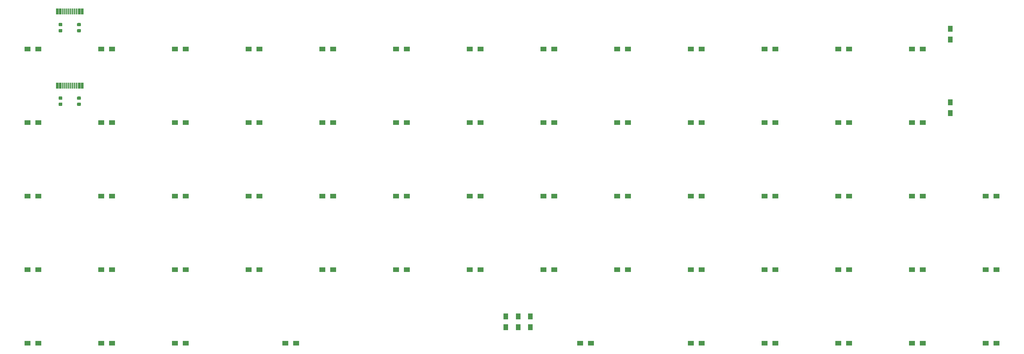
<source format=gbp>
G04 #@! TF.GenerationSoftware,KiCad,Pcbnew,(5.1.5)-3*
G04 #@! TF.CreationDate,2020-12-30T13:43:59+08:00*
G04 #@! TF.ProjectId,45ortho,34356f72-7468-46f2-9e6b-696361645f70,rev?*
G04 #@! TF.SameCoordinates,Original*
G04 #@! TF.FileFunction,Paste,Bot*
G04 #@! TF.FilePolarity,Positive*
%FSLAX46Y46*%
G04 Gerber Fmt 4.6, Leading zero omitted, Abs format (unit mm)*
G04 Created by KiCad (PCBNEW (5.1.5)-3) date 2020-12-30 13:43:59*
%MOMM*%
%LPD*%
G04 APERTURE LIST*
%ADD10C,0.100000*%
%ADD11R,0.400000X1.550000*%
%ADD12R,0.700000X1.550000*%
%ADD13R,1.200000X1.600000*%
%ADD14R,1.600000X1.200000*%
G04 APERTURE END LIST*
D10*
G36*
X96321441Y-70201053D02*
G01*
X96342676Y-70204203D01*
X96363500Y-70209419D01*
X96383712Y-70216651D01*
X96403118Y-70225830D01*
X96421531Y-70236866D01*
X96438774Y-70249654D01*
X96454680Y-70264070D01*
X96469096Y-70279976D01*
X96481884Y-70297219D01*
X96492920Y-70315632D01*
X96502099Y-70335038D01*
X96509331Y-70355250D01*
X96514547Y-70376074D01*
X96517697Y-70397309D01*
X96518750Y-70418750D01*
X96518750Y-70856250D01*
X96517697Y-70877691D01*
X96514547Y-70898926D01*
X96509331Y-70919750D01*
X96502099Y-70939962D01*
X96492920Y-70959368D01*
X96481884Y-70977781D01*
X96469096Y-70995024D01*
X96454680Y-71010930D01*
X96438774Y-71025346D01*
X96421531Y-71038134D01*
X96403118Y-71049170D01*
X96383712Y-71058349D01*
X96363500Y-71065581D01*
X96342676Y-71070797D01*
X96321441Y-71073947D01*
X96300000Y-71075000D01*
X95787500Y-71075000D01*
X95766059Y-71073947D01*
X95744824Y-71070797D01*
X95724000Y-71065581D01*
X95703788Y-71058349D01*
X95684382Y-71049170D01*
X95665969Y-71038134D01*
X95648726Y-71025346D01*
X95632820Y-71010930D01*
X95618404Y-70995024D01*
X95605616Y-70977781D01*
X95594580Y-70959368D01*
X95585401Y-70939962D01*
X95578169Y-70919750D01*
X95572953Y-70898926D01*
X95569803Y-70877691D01*
X95568750Y-70856250D01*
X95568750Y-70418750D01*
X95569803Y-70397309D01*
X95572953Y-70376074D01*
X95578169Y-70355250D01*
X95585401Y-70335038D01*
X95594580Y-70315632D01*
X95605616Y-70297219D01*
X95618404Y-70279976D01*
X95632820Y-70264070D01*
X95648726Y-70249654D01*
X95665969Y-70236866D01*
X95684382Y-70225830D01*
X95703788Y-70216651D01*
X95724000Y-70209419D01*
X95744824Y-70204203D01*
X95766059Y-70201053D01*
X95787500Y-70200000D01*
X96300000Y-70200000D01*
X96321441Y-70201053D01*
G37*
G36*
X96321441Y-68626053D02*
G01*
X96342676Y-68629203D01*
X96363500Y-68634419D01*
X96383712Y-68641651D01*
X96403118Y-68650830D01*
X96421531Y-68661866D01*
X96438774Y-68674654D01*
X96454680Y-68689070D01*
X96469096Y-68704976D01*
X96481884Y-68722219D01*
X96492920Y-68740632D01*
X96502099Y-68760038D01*
X96509331Y-68780250D01*
X96514547Y-68801074D01*
X96517697Y-68822309D01*
X96518750Y-68843750D01*
X96518750Y-69281250D01*
X96517697Y-69302691D01*
X96514547Y-69323926D01*
X96509331Y-69344750D01*
X96502099Y-69364962D01*
X96492920Y-69384368D01*
X96481884Y-69402781D01*
X96469096Y-69420024D01*
X96454680Y-69435930D01*
X96438774Y-69450346D01*
X96421531Y-69463134D01*
X96403118Y-69474170D01*
X96383712Y-69483349D01*
X96363500Y-69490581D01*
X96342676Y-69495797D01*
X96321441Y-69498947D01*
X96300000Y-69500000D01*
X95787500Y-69500000D01*
X95766059Y-69498947D01*
X95744824Y-69495797D01*
X95724000Y-69490581D01*
X95703788Y-69483349D01*
X95684382Y-69474170D01*
X95665969Y-69463134D01*
X95648726Y-69450346D01*
X95632820Y-69435930D01*
X95618404Y-69420024D01*
X95605616Y-69402781D01*
X95594580Y-69384368D01*
X95585401Y-69364962D01*
X95578169Y-69344750D01*
X95572953Y-69323926D01*
X95569803Y-69302691D01*
X95568750Y-69281250D01*
X95568750Y-68843750D01*
X95569803Y-68822309D01*
X95572953Y-68801074D01*
X95578169Y-68780250D01*
X95585401Y-68760038D01*
X95594580Y-68740632D01*
X95605616Y-68722219D01*
X95618404Y-68704976D01*
X95632820Y-68689070D01*
X95648726Y-68674654D01*
X95665969Y-68661866D01*
X95684382Y-68650830D01*
X95703788Y-68641651D01*
X95724000Y-68634419D01*
X95744824Y-68629203D01*
X95766059Y-68626053D01*
X95787500Y-68625000D01*
X96300000Y-68625000D01*
X96321441Y-68626053D01*
G37*
G36*
X101083941Y-70201053D02*
G01*
X101105176Y-70204203D01*
X101126000Y-70209419D01*
X101146212Y-70216651D01*
X101165618Y-70225830D01*
X101184031Y-70236866D01*
X101201274Y-70249654D01*
X101217180Y-70264070D01*
X101231596Y-70279976D01*
X101244384Y-70297219D01*
X101255420Y-70315632D01*
X101264599Y-70335038D01*
X101271831Y-70355250D01*
X101277047Y-70376074D01*
X101280197Y-70397309D01*
X101281250Y-70418750D01*
X101281250Y-70856250D01*
X101280197Y-70877691D01*
X101277047Y-70898926D01*
X101271831Y-70919750D01*
X101264599Y-70939962D01*
X101255420Y-70959368D01*
X101244384Y-70977781D01*
X101231596Y-70995024D01*
X101217180Y-71010930D01*
X101201274Y-71025346D01*
X101184031Y-71038134D01*
X101165618Y-71049170D01*
X101146212Y-71058349D01*
X101126000Y-71065581D01*
X101105176Y-71070797D01*
X101083941Y-71073947D01*
X101062500Y-71075000D01*
X100550000Y-71075000D01*
X100528559Y-71073947D01*
X100507324Y-71070797D01*
X100486500Y-71065581D01*
X100466288Y-71058349D01*
X100446882Y-71049170D01*
X100428469Y-71038134D01*
X100411226Y-71025346D01*
X100395320Y-71010930D01*
X100380904Y-70995024D01*
X100368116Y-70977781D01*
X100357080Y-70959368D01*
X100347901Y-70939962D01*
X100340669Y-70919750D01*
X100335453Y-70898926D01*
X100332303Y-70877691D01*
X100331250Y-70856250D01*
X100331250Y-70418750D01*
X100332303Y-70397309D01*
X100335453Y-70376074D01*
X100340669Y-70355250D01*
X100347901Y-70335038D01*
X100357080Y-70315632D01*
X100368116Y-70297219D01*
X100380904Y-70279976D01*
X100395320Y-70264070D01*
X100411226Y-70249654D01*
X100428469Y-70236866D01*
X100446882Y-70225830D01*
X100466288Y-70216651D01*
X100486500Y-70209419D01*
X100507324Y-70204203D01*
X100528559Y-70201053D01*
X100550000Y-70200000D01*
X101062500Y-70200000D01*
X101083941Y-70201053D01*
G37*
G36*
X101083941Y-68626053D02*
G01*
X101105176Y-68629203D01*
X101126000Y-68634419D01*
X101146212Y-68641651D01*
X101165618Y-68650830D01*
X101184031Y-68661866D01*
X101201274Y-68674654D01*
X101217180Y-68689070D01*
X101231596Y-68704976D01*
X101244384Y-68722219D01*
X101255420Y-68740632D01*
X101264599Y-68760038D01*
X101271831Y-68780250D01*
X101277047Y-68801074D01*
X101280197Y-68822309D01*
X101281250Y-68843750D01*
X101281250Y-69281250D01*
X101280197Y-69302691D01*
X101277047Y-69323926D01*
X101271831Y-69344750D01*
X101264599Y-69364962D01*
X101255420Y-69384368D01*
X101244384Y-69402781D01*
X101231596Y-69420024D01*
X101217180Y-69435930D01*
X101201274Y-69450346D01*
X101184031Y-69463134D01*
X101165618Y-69474170D01*
X101146212Y-69483349D01*
X101126000Y-69490581D01*
X101105176Y-69495797D01*
X101083941Y-69498947D01*
X101062500Y-69500000D01*
X100550000Y-69500000D01*
X100528559Y-69498947D01*
X100507324Y-69495797D01*
X100486500Y-69490581D01*
X100466288Y-69483349D01*
X100446882Y-69474170D01*
X100428469Y-69463134D01*
X100411226Y-69450346D01*
X100395320Y-69435930D01*
X100380904Y-69420024D01*
X100368116Y-69402781D01*
X100357080Y-69384368D01*
X100347901Y-69364962D01*
X100340669Y-69344750D01*
X100335453Y-69323926D01*
X100332303Y-69302691D01*
X100331250Y-69281250D01*
X100331250Y-68843750D01*
X100332303Y-68822309D01*
X100335453Y-68801074D01*
X100340669Y-68780250D01*
X100347901Y-68760038D01*
X100357080Y-68740632D01*
X100368116Y-68722219D01*
X100380904Y-68704976D01*
X100395320Y-68689070D01*
X100411226Y-68674654D01*
X100428469Y-68661866D01*
X100446882Y-68650830D01*
X100466288Y-68641651D01*
X100486500Y-68634419D01*
X100507324Y-68629203D01*
X100528559Y-68626053D01*
X100550000Y-68625000D01*
X101062500Y-68625000D01*
X101083941Y-68626053D01*
G37*
G36*
X96321441Y-89251053D02*
G01*
X96342676Y-89254203D01*
X96363500Y-89259419D01*
X96383712Y-89266651D01*
X96403118Y-89275830D01*
X96421531Y-89286866D01*
X96438774Y-89299654D01*
X96454680Y-89314070D01*
X96469096Y-89329976D01*
X96481884Y-89347219D01*
X96492920Y-89365632D01*
X96502099Y-89385038D01*
X96509331Y-89405250D01*
X96514547Y-89426074D01*
X96517697Y-89447309D01*
X96518750Y-89468750D01*
X96518750Y-89906250D01*
X96517697Y-89927691D01*
X96514547Y-89948926D01*
X96509331Y-89969750D01*
X96502099Y-89989962D01*
X96492920Y-90009368D01*
X96481884Y-90027781D01*
X96469096Y-90045024D01*
X96454680Y-90060930D01*
X96438774Y-90075346D01*
X96421531Y-90088134D01*
X96403118Y-90099170D01*
X96383712Y-90108349D01*
X96363500Y-90115581D01*
X96342676Y-90120797D01*
X96321441Y-90123947D01*
X96300000Y-90125000D01*
X95787500Y-90125000D01*
X95766059Y-90123947D01*
X95744824Y-90120797D01*
X95724000Y-90115581D01*
X95703788Y-90108349D01*
X95684382Y-90099170D01*
X95665969Y-90088134D01*
X95648726Y-90075346D01*
X95632820Y-90060930D01*
X95618404Y-90045024D01*
X95605616Y-90027781D01*
X95594580Y-90009368D01*
X95585401Y-89989962D01*
X95578169Y-89969750D01*
X95572953Y-89948926D01*
X95569803Y-89927691D01*
X95568750Y-89906250D01*
X95568750Y-89468750D01*
X95569803Y-89447309D01*
X95572953Y-89426074D01*
X95578169Y-89405250D01*
X95585401Y-89385038D01*
X95594580Y-89365632D01*
X95605616Y-89347219D01*
X95618404Y-89329976D01*
X95632820Y-89314070D01*
X95648726Y-89299654D01*
X95665969Y-89286866D01*
X95684382Y-89275830D01*
X95703788Y-89266651D01*
X95724000Y-89259419D01*
X95744824Y-89254203D01*
X95766059Y-89251053D01*
X95787500Y-89250000D01*
X96300000Y-89250000D01*
X96321441Y-89251053D01*
G37*
G36*
X96321441Y-87676053D02*
G01*
X96342676Y-87679203D01*
X96363500Y-87684419D01*
X96383712Y-87691651D01*
X96403118Y-87700830D01*
X96421531Y-87711866D01*
X96438774Y-87724654D01*
X96454680Y-87739070D01*
X96469096Y-87754976D01*
X96481884Y-87772219D01*
X96492920Y-87790632D01*
X96502099Y-87810038D01*
X96509331Y-87830250D01*
X96514547Y-87851074D01*
X96517697Y-87872309D01*
X96518750Y-87893750D01*
X96518750Y-88331250D01*
X96517697Y-88352691D01*
X96514547Y-88373926D01*
X96509331Y-88394750D01*
X96502099Y-88414962D01*
X96492920Y-88434368D01*
X96481884Y-88452781D01*
X96469096Y-88470024D01*
X96454680Y-88485930D01*
X96438774Y-88500346D01*
X96421531Y-88513134D01*
X96403118Y-88524170D01*
X96383712Y-88533349D01*
X96363500Y-88540581D01*
X96342676Y-88545797D01*
X96321441Y-88548947D01*
X96300000Y-88550000D01*
X95787500Y-88550000D01*
X95766059Y-88548947D01*
X95744824Y-88545797D01*
X95724000Y-88540581D01*
X95703788Y-88533349D01*
X95684382Y-88524170D01*
X95665969Y-88513134D01*
X95648726Y-88500346D01*
X95632820Y-88485930D01*
X95618404Y-88470024D01*
X95605616Y-88452781D01*
X95594580Y-88434368D01*
X95585401Y-88414962D01*
X95578169Y-88394750D01*
X95572953Y-88373926D01*
X95569803Y-88352691D01*
X95568750Y-88331250D01*
X95568750Y-87893750D01*
X95569803Y-87872309D01*
X95572953Y-87851074D01*
X95578169Y-87830250D01*
X95585401Y-87810038D01*
X95594580Y-87790632D01*
X95605616Y-87772219D01*
X95618404Y-87754976D01*
X95632820Y-87739070D01*
X95648726Y-87724654D01*
X95665969Y-87711866D01*
X95684382Y-87700830D01*
X95703788Y-87691651D01*
X95724000Y-87684419D01*
X95744824Y-87679203D01*
X95766059Y-87676053D01*
X95787500Y-87675000D01*
X96300000Y-87675000D01*
X96321441Y-87676053D01*
G37*
G36*
X101083941Y-89251053D02*
G01*
X101105176Y-89254203D01*
X101126000Y-89259419D01*
X101146212Y-89266651D01*
X101165618Y-89275830D01*
X101184031Y-89286866D01*
X101201274Y-89299654D01*
X101217180Y-89314070D01*
X101231596Y-89329976D01*
X101244384Y-89347219D01*
X101255420Y-89365632D01*
X101264599Y-89385038D01*
X101271831Y-89405250D01*
X101277047Y-89426074D01*
X101280197Y-89447309D01*
X101281250Y-89468750D01*
X101281250Y-89906250D01*
X101280197Y-89927691D01*
X101277047Y-89948926D01*
X101271831Y-89969750D01*
X101264599Y-89989962D01*
X101255420Y-90009368D01*
X101244384Y-90027781D01*
X101231596Y-90045024D01*
X101217180Y-90060930D01*
X101201274Y-90075346D01*
X101184031Y-90088134D01*
X101165618Y-90099170D01*
X101146212Y-90108349D01*
X101126000Y-90115581D01*
X101105176Y-90120797D01*
X101083941Y-90123947D01*
X101062500Y-90125000D01*
X100550000Y-90125000D01*
X100528559Y-90123947D01*
X100507324Y-90120797D01*
X100486500Y-90115581D01*
X100466288Y-90108349D01*
X100446882Y-90099170D01*
X100428469Y-90088134D01*
X100411226Y-90075346D01*
X100395320Y-90060930D01*
X100380904Y-90045024D01*
X100368116Y-90027781D01*
X100357080Y-90009368D01*
X100347901Y-89989962D01*
X100340669Y-89969750D01*
X100335453Y-89948926D01*
X100332303Y-89927691D01*
X100331250Y-89906250D01*
X100331250Y-89468750D01*
X100332303Y-89447309D01*
X100335453Y-89426074D01*
X100340669Y-89405250D01*
X100347901Y-89385038D01*
X100357080Y-89365632D01*
X100368116Y-89347219D01*
X100380904Y-89329976D01*
X100395320Y-89314070D01*
X100411226Y-89299654D01*
X100428469Y-89286866D01*
X100446882Y-89275830D01*
X100466288Y-89266651D01*
X100486500Y-89259419D01*
X100507324Y-89254203D01*
X100528559Y-89251053D01*
X100550000Y-89250000D01*
X101062500Y-89250000D01*
X101083941Y-89251053D01*
G37*
G36*
X101083941Y-87676053D02*
G01*
X101105176Y-87679203D01*
X101126000Y-87684419D01*
X101146212Y-87691651D01*
X101165618Y-87700830D01*
X101184031Y-87711866D01*
X101201274Y-87724654D01*
X101217180Y-87739070D01*
X101231596Y-87754976D01*
X101244384Y-87772219D01*
X101255420Y-87790632D01*
X101264599Y-87810038D01*
X101271831Y-87830250D01*
X101277047Y-87851074D01*
X101280197Y-87872309D01*
X101281250Y-87893750D01*
X101281250Y-88331250D01*
X101280197Y-88352691D01*
X101277047Y-88373926D01*
X101271831Y-88394750D01*
X101264599Y-88414962D01*
X101255420Y-88434368D01*
X101244384Y-88452781D01*
X101231596Y-88470024D01*
X101217180Y-88485930D01*
X101201274Y-88500346D01*
X101184031Y-88513134D01*
X101165618Y-88524170D01*
X101146212Y-88533349D01*
X101126000Y-88540581D01*
X101105176Y-88545797D01*
X101083941Y-88548947D01*
X101062500Y-88550000D01*
X100550000Y-88550000D01*
X100528559Y-88548947D01*
X100507324Y-88545797D01*
X100486500Y-88540581D01*
X100466288Y-88533349D01*
X100446882Y-88524170D01*
X100428469Y-88513134D01*
X100411226Y-88500346D01*
X100395320Y-88485930D01*
X100380904Y-88470024D01*
X100368116Y-88452781D01*
X100357080Y-88434368D01*
X100347901Y-88414962D01*
X100340669Y-88394750D01*
X100335453Y-88373926D01*
X100332303Y-88352691D01*
X100331250Y-88331250D01*
X100331250Y-87893750D01*
X100332303Y-87872309D01*
X100335453Y-87851074D01*
X100340669Y-87830250D01*
X100347901Y-87810038D01*
X100357080Y-87790632D01*
X100368116Y-87772219D01*
X100380904Y-87754976D01*
X100395320Y-87739070D01*
X100411226Y-87724654D01*
X100428469Y-87711866D01*
X100446882Y-87700830D01*
X100466288Y-87691651D01*
X100486500Y-87684419D01*
X100507324Y-87679203D01*
X100528559Y-87676053D01*
X100550000Y-87675000D01*
X101062500Y-87675000D01*
X101083941Y-87676053D01*
G37*
D11*
X98175000Y-65638750D03*
X98675000Y-65638750D03*
X99175000Y-65638750D03*
X97675000Y-65638750D03*
X99675000Y-65638750D03*
X97175000Y-65638750D03*
X100175000Y-65638750D03*
X96675000Y-65638750D03*
D12*
X95975000Y-65638750D03*
X100875000Y-65638750D03*
X95200000Y-65638750D03*
X101650000Y-65638750D03*
D11*
X98175000Y-84876300D03*
X98675000Y-84876300D03*
X99175000Y-84876300D03*
X97675000Y-84876300D03*
X99675000Y-84876300D03*
X97175000Y-84876300D03*
X100175000Y-84876300D03*
X96675000Y-84876300D03*
D12*
X95975000Y-84876300D03*
X100875000Y-84876300D03*
X95200000Y-84876300D03*
X101650000Y-84876300D03*
D13*
X217487500Y-144650000D03*
X217487500Y-147450000D03*
X326009000Y-70106250D03*
X326009000Y-72906250D03*
D14*
X318900000Y-75406250D03*
X316100000Y-75406250D03*
X299850000Y-75406250D03*
X297050000Y-75406250D03*
X280800000Y-75406250D03*
X278000000Y-75406250D03*
X261750000Y-75406250D03*
X258950000Y-75406250D03*
X242700000Y-75406250D03*
X239900000Y-75406250D03*
X223650000Y-75406250D03*
X220850000Y-75406250D03*
X204600000Y-75406250D03*
X201800000Y-75406250D03*
X185550000Y-75406250D03*
X182750000Y-75406250D03*
X166500000Y-75406250D03*
X163700000Y-75406250D03*
X147450000Y-75406250D03*
X144650000Y-75406250D03*
X128400000Y-75406250D03*
X125600000Y-75406250D03*
X109350000Y-75406250D03*
X106550000Y-75406250D03*
X90300000Y-75406250D03*
X87500000Y-75406250D03*
X337950000Y-151606250D03*
X335150000Y-151606250D03*
X318900000Y-151606250D03*
X316100000Y-151606250D03*
X299850000Y-151606250D03*
X297050000Y-151606250D03*
X280800000Y-151606250D03*
X278000000Y-151606250D03*
X261750000Y-151606250D03*
X258950000Y-151606250D03*
X233175000Y-151606250D03*
X230375000Y-151606250D03*
D13*
X211137500Y-144650000D03*
X211137500Y-147450000D03*
X214312500Y-144650000D03*
X214312500Y-147450000D03*
D14*
X156975000Y-151606250D03*
X154175000Y-151606250D03*
X128400000Y-151606250D03*
X125600000Y-151606250D03*
X109350000Y-151606250D03*
X106550000Y-151606250D03*
X90300000Y-151606250D03*
X87500000Y-151606250D03*
X337950000Y-132556250D03*
X335150000Y-132556250D03*
X318900000Y-132556250D03*
X316100000Y-132556250D03*
X299850000Y-132556250D03*
X297050000Y-132556250D03*
X280800000Y-132556250D03*
X278000000Y-132556250D03*
X261750000Y-132556250D03*
X258950000Y-132556250D03*
X242700000Y-132556250D03*
X239900000Y-132556250D03*
X223650000Y-132556250D03*
X220850000Y-132556250D03*
X204600000Y-132556250D03*
X201800000Y-132556250D03*
X185550000Y-132556250D03*
X182750000Y-132556250D03*
X166500000Y-132556250D03*
X163700000Y-132556250D03*
X147450000Y-132556250D03*
X144650000Y-132556250D03*
X128400000Y-132556250D03*
X125600000Y-132556250D03*
X109350000Y-132556250D03*
X106550000Y-132556250D03*
X90300000Y-132556250D03*
X87500000Y-132556250D03*
X337950000Y-113506250D03*
X335150000Y-113506250D03*
X318900000Y-113506250D03*
X316100000Y-113506250D03*
X299850000Y-113506250D03*
X297050000Y-113506250D03*
X280800000Y-113506250D03*
X278000000Y-113506250D03*
X261750000Y-113506250D03*
X258950000Y-113506250D03*
X242700000Y-113506250D03*
X239900000Y-113506250D03*
X223650000Y-113506250D03*
X220850000Y-113506250D03*
X204600000Y-113506250D03*
X201800000Y-113506250D03*
X185550000Y-113506250D03*
X182750000Y-113506250D03*
X166500000Y-113506250D03*
X163700000Y-113506250D03*
X147450000Y-113506250D03*
X144650000Y-113506250D03*
X128400000Y-113506250D03*
X125600000Y-113506250D03*
X109350000Y-113506250D03*
X106550000Y-113506250D03*
X90300000Y-113506250D03*
X87500000Y-113506250D03*
D13*
X326009000Y-89156250D03*
X326009000Y-91956250D03*
D14*
X318900000Y-94456250D03*
X316100000Y-94456250D03*
X299850000Y-94456250D03*
X297050000Y-94456250D03*
X280800000Y-94456250D03*
X278000000Y-94456250D03*
X261750000Y-94456250D03*
X258950000Y-94456250D03*
X242700000Y-94456250D03*
X239900000Y-94456250D03*
X223650000Y-94456250D03*
X220850000Y-94456250D03*
X204600000Y-94456250D03*
X201800000Y-94456250D03*
X185550000Y-94456250D03*
X182750000Y-94456250D03*
X166500000Y-94456250D03*
X163700000Y-94456250D03*
X147450000Y-94456250D03*
X144650000Y-94456250D03*
X128400000Y-94456250D03*
X125600000Y-94456250D03*
X109350000Y-94456250D03*
X106550000Y-94456250D03*
X90300000Y-94456250D03*
X87500000Y-94456250D03*
M02*

</source>
